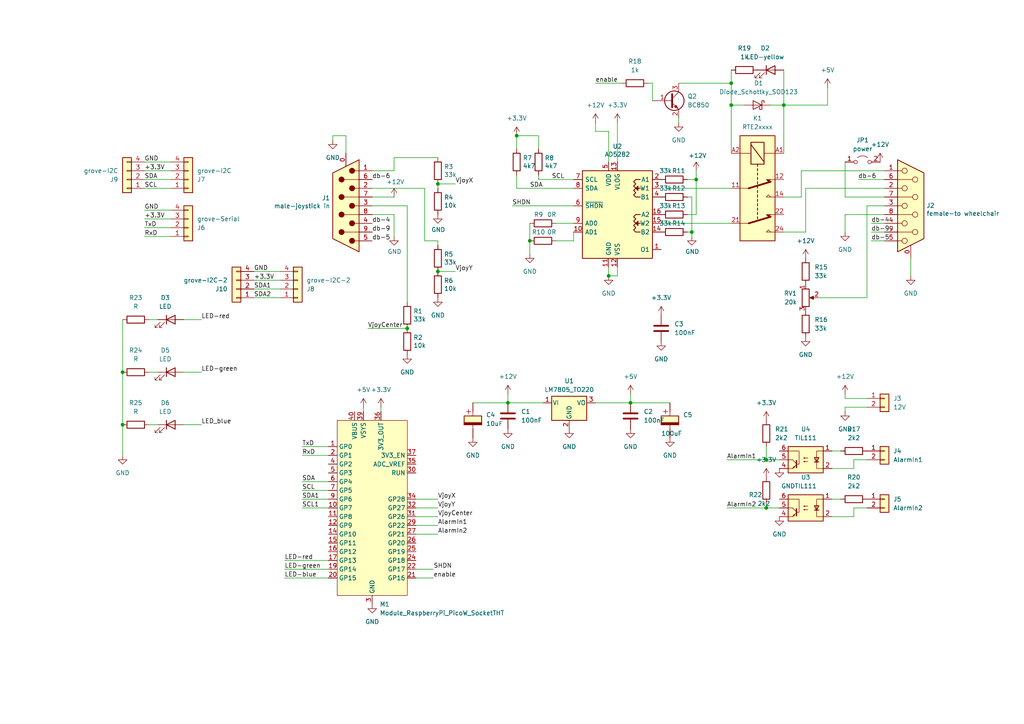
<source format=kicad_sch>
(kicad_sch (version 20230121) (generator eeschema)
  (paper "A4")
  (lib_symbols
    (symbol "Connector_Generic:Conn_01x02" (pin_names (offset 1.016) hide)
      (property "Reference" "J" (at 0 2.54 0))
      (property "Value" "Conn_01x02" (at 0 -5.08 0))
      (symbol "Conn_01x02_1_1"
        (pin passive line (at -5.08 0 0) (length 3.81) (name "Pin_1") (number "1"))
        (pin passive line (at -5.08 -2.54 0) (length 3.81) (name "Pin_2") (number "2"))
      )
    )
    (symbol "Connector_Generic:Conn_01x04" (pin_names (offset 1.016) hide)
      (property "Reference" "J" (at 0 5.08 0))
      (property "Value" "Conn_01x04" (at 0 -7.62 0))
      (symbol "Conn_01x04_1_1"
        (pin passive line (at -5.08 2.54 0) (length 3.81) (name "Pin_1") (number "1"))
        (pin passive line (at -5.08 0 0) (length 3.81) (name "Pin_2") (number "2"))
        (pin passive line (at -5.08 -2.54 0) (length 3.81) (name "Pin_3") (number "3"))
        (pin passive line (at -5.08 -5.08 0) (length 3.81) (name "Pin_4") (number "4"))
      )
    )
    (symbol "Device:C" (pin_numbers hide) (pin_names (offset 0.254))
      (property "Reference" "C" (at 0.635 2.54 0))
      (property "Value" "C" (at 0.635 -2.54 0))
      (symbol "C_1_1"
        (pin passive line (at 0 3.81 270) (length 2.794) (name "~") (number "1"))
        (pin passive line (at 0 -3.81 90) (length 2.794) (name "~") (number "2"))
      )
    )
    (symbol "Device:LED" (pin_numbers hide) (pin_names (offset 1.016) hide)
      (property "Reference" "D" (at 0 2.54 0))
      (property "Value" "LED" (at 0 -2.54 0))
      (symbol "LED_1_1"
        (pin passive line (at -3.81 0 0) (length 2.54) (name "K") (number "1"))
        (pin passive line (at 3.81 0 180) (length 2.54) (name "A") (number "2"))
      )
    )
    (symbol "Device:R" (pin_numbers hide) (pin_names (offset 0))
      (property "Reference" "R" (at 2.032 0 90))
      (property "Value" "R" (at 0 0 90))
      (symbol "R_1_1"
        (pin passive line (at 0 3.81 270) (length 1.27) (name "~") (number "1"))
        (pin passive line (at 0 -3.81 90) (length 1.27) (name "~") (number "2"))
      )
    )
    (symbol "Device:R_Potentiometer" (pin_names (offset 1.016) hide)
      (property "Reference" "RV" (at -4.445 0 90))
      (property "Value" "R_Potentiometer" (at -2.54 0 90))
      (symbol "R_Potentiometer_1_1"
        (pin passive line (at 0 3.81 270) (length 1.27) (name "1") (number "1"))
        (pin passive line (at 3.81 0 180) (length 1.27) (name "2") (number "2"))
        (pin passive line (at 0 -3.81 90) (length 1.27) (name "3") (number "3"))
      )
    )
    (symbol "Isolator:TIL111" (pin_names (offset 1.016))
      (property "Reference" "U" (at -5.08 5.08 0))
      (property "Value" "TIL111" (at 0 5.08 0))
      (symbol "TIL111_1_1"
        (pin passive line (at -7.62 2.54 0) (length 2.54) (name "~") (number "1"))
        (pin passive line (at -7.62 -2.54 0) (length 2.54) (name "~") (number "2"))
        (pin no_connect line (at -5.08 0 0) (length 2.54) hide (name "NC") (number "3"))
        (pin passive line (at 7.62 -2.54 180) (length 2.54) (name "~") (number "4"))
        (pin passive line (at 7.62 0 180) (length 2.54) (name "~") (number "5"))
        (pin passive line (at 7.62 2.54 180) (length 2.54) (name "~") (number "6"))
      )
    )
    (symbol "Jumper:Jumper_2_Open" (pin_names (offset 0) hide)
      (property "Reference" "JP" (at 0 2.794 0))
      (property "Value" "Jumper_2_Open" (at 0 -2.286 0))
      (symbol "Jumper_2_Open_1_1"
        (pin passive line (at -5.08 0 0) (length 2.54) (name "A") (number "1"))
        (pin passive line (at 5.08 0 180) (length 2.54) (name "B") (number "2"))
      )
    )
    (symbol "Potentiometer_Digital:AD5282" (pin_names (offset 0.762))
      (property "Reference" "U" (at -10.414 13.97 0))
      (property "Value" "AD5282" (at 0.762 13.97 0))
      (symbol "AD5282_1_1"
        (pin output line (at 12.7 -10.16 180) (length 2.54) (name "O1") (number "1"))
        (pin input line (at -12.7 -5.08 0) (length 2.54) (name "AD1") (number "10"))
        (pin power_in line (at -2.54 -15.24 90) (length 2.54) (name "GND") (number "11"))
        (pin power_in line (at 0 -15.24 90) (length 2.54) (name "VSS") (number "12"))
        (pin power_in line (at 0 15.24 270) (length 2.54) (name "VLOG") (number "13"))
        (pin passive line (at 12.7 -5.08 180) (length 2.54) (name "B2") (number "14"))
        (pin passive line (at 12.7 -2.54 180) (length 2.54) (name "W2") (number "15"))
        (pin passive line (at 12.7 0 180) (length 2.54) (name "A2") (number "16"))
        (pin passive line (at 12.7 10.16 180) (length 2.54) (name "A1") (number "2"))
        (pin passive line (at 12.7 7.62 180) (length 2.54) (name "W1") (number "3"))
        (pin passive line (at 12.7 5.08 180) (length 2.54) (name "B1") (number "4"))
        (pin power_in line (at -2.54 15.24 270) (length 2.54) (name "VDD") (number "5"))
        (pin input line (at -12.7 2.54 0) (length 2.54) (name "~{SHDN}") (number "6"))
        (pin input line (at -12.7 10.16 0) (length 2.54) (name "SCL") (number "7"))
        (pin bidirectional line (at -12.7 7.62 0) (length 2.54) (name "SDA") (number "8"))
        (pin input line (at -12.7 -2.54 0) (length 2.54) (name "AD0") (number "9"))
      )
    )
    (symbol "Regulator_Linear:LM7805_TO220" (pin_names (offset 0.254))
      (property "Reference" "U" (at -3.81 3.175 0))
      (property "Value" "LM7805_TO220" (at 0 3.175 0))
      (symbol "LM7805_TO220_1_1"
        (pin power_in line (at -7.62 0 0) (length 2.54) (name "VI") (number "1"))
        (pin power_in line (at 0 -7.62 90) (length 2.54) (name "GND") (number "2"))
        (pin power_out line (at 7.62 0 180) (length 2.54) (name "VO") (number "3"))
      )
    )
    (symbol "Relay:RTE2xxxx"
      (property "Reference" "K" (at 16.51 3.81 0))
      (property "Value" "RTE2xxxx" (at 16.51 1.27 0))
      (symbol "RTE2xxxx_1_1"
        (pin passive line (at 0 -7.62 90) (length 2.54) (name "~") (number "11"))
        (pin passive line (at -2.54 7.62 270) (length 2.54) (name "~") (number "12"))
        (pin passive line (at 2.54 7.62 270) (length 2.54) (name "~") (number "14"))
        (pin passive line (at 10.16 -7.62 90) (length 2.54) (name "~") (number "21"))
        (pin passive line (at 7.62 7.62 270) (length 2.54) (name "~") (number "22"))
        (pin passive line (at 12.7 7.62 270) (length 2.54) (name "~") (number "24"))
        (pin passive line (at -10.16 7.62 270) (length 2.54) (name "~") (number "A1"))
        (pin passive line (at -10.16 -7.62 90) (length 2.54) (name "~") (number "A2"))
      )
    )
    (symbol "Transistor_BJT:BC850" (pin_names (offset 0) hide)
      (property "Reference" "Q" (at 5.08 1.905 0))
      (property "Value" "BC850" (at 5.08 0 0))
      (symbol "BC850_1_1"
        (pin input line (at -5.08 0 0) (length 5.715) (name "B") (number "1"))
        (pin passive line (at 2.54 -5.08 90) (length 2.54) (name "E") (number "2"))
        (pin passive line (at 2.54 5.08 270) (length 2.54) (name "C") (number "3"))
      )
    )
    (symbol "fab:CP_Elec_D6.3mm_H6.1mm" (pin_numbers hide)
      (property "Reference" "C" (at 1.27 2.54 0))
      (property "Value" "CP_Elec_D6.3mm_H6.1mm" (at 1.27 -2.54 0))
      (symbol "CP_Elec_D6.3mm_H6.1mm_1_1"
        (pin passive line (at 0 5.08 270) (length 2.54) (name "~") (number "1"))
        (pin passive line (at 0 -5.08 90) (length 2.54) (name "~") (number "2"))
      )
    )
    (symbol "fab:Diode_Schottky_SOD123" (pin_numbers hide) (pin_names (offset 1.016) hide)
      (property "Reference" "D" (at 0 2.54 0))
      (property "Value" "Diode_Schottky_SOD123" (at 0 -2.54 0))
      (symbol "Diode_Schottky_SOD123_1_1"
        (pin passive line (at -3.81 0 0) (length 2.54) (name "K") (number "1"))
        (pin passive line (at 3.81 0 180) (length 2.54) (name "A") (number "2"))
      )
    )
    (symbol "fab:Module_RaspberryPi_PicoW_SocketTHT"
      (property "Reference" "M" (at 0 0 0))
      (property "Value" "Module_RaspberryPi_PicoW_SocketTHT" (at 0 0 0))
      (symbol "Module_RaspberryPi_PicoW_SocketTHT_1_1"
        (pin bidirectional line (at -12.7 17.78 0) (length 2.54) (name "GP0") (number "1"))
        (pin bidirectional line (at -12.7 0 0) (length 2.54) (name "GP7") (number "10"))
        (pin bidirectional line (at -12.7 -2.54 0) (length 2.54) (name "GP8") (number "11"))
        (pin bidirectional line (at -12.7 -5.08 0) (length 2.54) (name "GP9") (number "12"))
        (pin passive line (at 0 -27.94 90) (length 2.54) hide (name "GND") (number "13"))
        (pin bidirectional line (at -12.7 -7.62 0) (length 2.54) (name "GP10") (number "14"))
        (pin bidirectional line (at -12.7 -10.16 0) (length 2.54) (name "GP11") (number "15"))
        (pin bidirectional line (at -12.7 -12.7 0) (length 2.54) (name "GP12") (number "16"))
        (pin bidirectional line (at -12.7 -15.24 0) (length 2.54) (name "GP13") (number "17"))
        (pin passive line (at 0 -27.94 90) (length 2.54) hide (name "GND") (number "18"))
        (pin bidirectional line (at -12.7 -17.78 0) (length 2.54) (name "GP14") (number "19"))
        (pin bidirectional line (at -12.7 15.24 0) (length 2.54) (name "GP1") (number "2"))
        (pin bidirectional line (at -12.7 -20.32 0) (length 2.54) (name "GP15") (number "20"))
        (pin bidirectional line (at 12.7 -20.32 180) (length 2.54) (name "GP16") (number "21"))
        (pin bidirectional line (at 12.7 -17.78 180) (length 2.54) (name "GP17") (number "22"))
        (pin passive line (at 0 -27.94 90) (length 2.54) hide (name "GND") (number "23"))
        (pin bidirectional line (at 12.7 -15.24 180) (length 2.54) (name "GP18") (number "24"))
        (pin bidirectional line (at 12.7 -12.7 180) (length 2.54) (name "GP19") (number "25"))
        (pin bidirectional line (at 12.7 -10.16 180) (length 2.54) (name "GP20") (number "26"))
        (pin bidirectional line (at 12.7 -7.62 180) (length 2.54) (name "GP21") (number "27"))
        (pin passive line (at 0 -27.94 90) (length 2.54) hide (name "GND") (number "28"))
        (pin bidirectional line (at 12.7 -5.08 180) (length 2.54) (name "GP22") (number "29"))
        (pin power_in line (at 0 -27.94 90) (length 2.54) (name "GND") (number "3"))
        (pin input line (at 12.7 10.16 180) (length 2.54) (name "RUN") (number "30"))
        (pin bidirectional line (at 12.7 -2.54 180) (length 2.54) (name "GP26") (number "31"))
        (pin bidirectional line (at 12.7 0 180) (length 2.54) (name "GP27") (number "32"))
        (pin passive line (at 0 -27.94 90) (length 2.54) hide (name "GND") (number "33"))
        (pin bidirectional line (at 12.7 2.54 180) (length 2.54) (name "GP28") (number "34"))
        (pin input line (at 12.7 12.7 180) (length 2.54) (name "ADC_VREF") (number "35"))
        (pin power_in line (at 2.54 27.94 270) (length 2.54) (name "3V3_OUT") (number "36"))
        (pin input line (at 12.7 15.24 180) (length 2.54) (name "3V3_EN") (number "37"))
        (pin passive line (at 0 -27.94 90) (length 2.54) hide (name "GND") (number "38"))
        (pin power_in line (at -2.54 27.94 270) (length 2.54) (name "VSYS") (number "39"))
        (pin bidirectional line (at -12.7 12.7 0) (length 2.54) (name "GP2") (number "4"))
        (pin power_in line (at -5.08 27.94 270) (length 2.54) (name "VBUS") (number "40"))
        (pin bidirectional line (at -12.7 10.16 0) (length 2.54) (name "GP3") (number "5"))
        (pin bidirectional line (at -12.7 7.62 0) (length 2.54) (name "GP4") (number "6"))
        (pin bidirectional line (at -12.7 5.08 0) (length 2.54) (name "GP5") (number "7"))
        (pin passive line (at 0 -27.94 90) (length 2.54) hide (name "GND") (number "8"))
        (pin bidirectional line (at -12.7 2.54 0) (length 2.54) (name "GP6") (number "9"))
      )
    )
    (symbol "power:+12V" (power) (pin_names (offset 0))
      (property "Value" "+12V" (at 0 3.556 0))
      (symbol "+12V_1_1"
        (pin power_in line (at 0 0 90) (length 0) hide (name "+12V") (number "1"))
      )
    )
    (symbol "power:+3.3V" (power) (pin_names (offset 0))
      (property "Value" "+3.3V" (at 0 3.556 0))
      (symbol "+3.3V_1_1"
        (pin power_in line (at 0 0 90) (length 0) hide (name "+3.3V") (number "1"))
      )
    )
    (symbol "power:+5V" (power) (pin_names (offset 0))
      (property "Value" "+5V" (at 0 3.556 0))
      (symbol "+5V_1_1"
        (pin power_in line (at 0 0 90) (length 0) hide (name "+5V") (number "1"))
      )
    )
    (symbol "power:GND" (power) (pin_names (offset 0))
      (property "Value" "GND" (at 0 -3.81 0))
      (symbol "GND_1_1"
        (pin power_in line (at 0 0 270) (length 0) hide (name "GND") (number "1"))
      )
    )
    (symbol "wheelchairbridge-rescue:DB9_Female_MountingHoles-Connector" (pin_names (offset 1.016) hide)
      (property "Reference" "J" (at 0 16.51 0))
      (property "Value" "Connector_DB9_Female_MountingHoles" (at 0 14.605 0))
      (symbol "DB9_Female_MountingHoles-Connector_1_1"
        (pin passive line (at 0 -15.24 90) (length 3.81) (name "PAD") (number "0"))
        (pin passive line (at -7.62 10.16 0) (length 3.81) (name "1") (number "1"))
        (pin passive line (at -7.62 5.08 0) (length 3.81) (name "2") (number "2"))
        (pin passive line (at -7.62 0 0) (length 3.81) (name "3") (number "3"))
        (pin passive line (at -7.62 -5.08 0) (length 3.81) (name "4") (number "4"))
        (pin passive line (at -7.62 -10.16 0) (length 3.81) (name "5") (number "5"))
        (pin passive line (at -7.62 7.62 0) (length 3.81) (name "6") (number "6"))
        (pin passive line (at -7.62 2.54 0) (length 3.81) (name "7") (number "7"))
        (pin passive line (at -7.62 -2.54 0) (length 3.81) (name "8") (number "8"))
        (pin passive line (at -7.62 -7.62 0) (length 3.81) (name "9") (number "9"))
      )
    )
    (symbol "wheelchairbridge-rescue:DB9_Male_MountingHoles-Connector" (pin_names (offset 1.016) hide)
      (property "Reference" "J" (at 0 16.51 0))
      (property "Value" "Connector_DB9_Male_MountingHoles" (at 0 14.605 0))
      (symbol "DB9_Male_MountingHoles-Connector_1_1"
        (pin passive line (at 0 -15.24 90) (length 3.81) (name "PAD") (number "0"))
        (pin passive line (at -7.62 -10.16 0) (length 3.81) (name "1") (number "1"))
        (pin passive line (at -7.62 -5.08 0) (length 3.81) (name "2") (number "2"))
        (pin passive line (at -7.62 0 0) (length 3.81) (name "3") (number "3"))
        (pin passive line (at -7.62 5.08 0) (length 3.81) (name "4") (number "4"))
        (pin passive line (at -7.62 10.16 0) (length 3.81) (name "5") (number "5"))
        (pin passive line (at -7.62 -7.62 0) (length 3.81) (name "6") (number "6"))
        (pin passive line (at -7.62 -2.54 0) (length 3.81) (name "7") (number "7"))
        (pin passive line (at -7.62 2.54 0) (length 3.81) (name "8") (number "8"))
        (pin passive line (at -7.62 7.62 0) (length 3.81) (name "9") (number "9"))
      )
    )
  )
  (junction (at 118.11 95.25))
  (junction (at 222.25 147.32))
  (junction (at 153.67 69.85))
  (junction (at 200.66 67.31))
  (junction (at 212.09 24.13))
  (junction (at 212.09 30.48))
  (junction (at 227.33 30.48))
  (junction (at 201.93 52.07))
  (junction (at 149.86 39.37))
  (junction (at 222.25 133.35))
  (junction (at 182.88 116.84))
  (junction (at 127 53.34))
  (junction (at 147.32 116.84))
  (junction (at 35.56 123.19))
  (junction (at 35.56 107.95))
  (junction (at 176.53 80.01))
  (junction (at 127 78.74))
  (wire (pts (xy 35.56 92.71) (xy 35.56 107.95)))
  (wire (pts (xy 125.73 167.64) (xy 120.65 167.64)))
  (wire (pts (xy 43.18 107.95) (xy 45.72 107.95)))
  (wire (pts (xy 193.04 54.61) (xy 212.09 54.61)))
  (wire (pts (xy 100.33 39.37) (xy 100.33 44.45)))
  (wire (pts (xy 223.52 30.48) (xy 227.33 30.48)))
  (wire (pts (xy 149.86 50.8) (xy 149.86 54.61)))
  (wire (pts (xy 120.65 154.94) (xy 127 154.94)))
  (wire (pts (xy 127 78.74) (xy 132.08 78.74)))
  (wire (pts (xy 41.91 54.61) (xy 49.53 54.61)))
  (wire (pts (xy 156.21 52.07) (xy 166.37 52.07)))
  (wire (pts (xy 87.63 142.24) (xy 95.25 142.24)))
  (wire (pts (xy 247.65 135.89) (xy 247.65 133.35)))
  (wire (pts (xy 41.91 49.53) (xy 49.53 49.53)))
  (wire (pts (xy 120.65 147.32) (xy 127 147.32)))
  (wire (pts (xy 252.73 69.85) (xy 256.54 69.85)))
  (wire (pts (xy 172.72 116.84) (xy 182.88 116.84)))
  (wire (pts (xy 247.65 147.32) (xy 247.65 149.86)))
  (wire (pts (xy 153.67 69.85) (xy 153.67 73.66)))
  (wire (pts (xy 87.63 147.32) (xy 95.25 147.32)))
  (wire (pts (xy 251.46 118.11) (xy 245.11 118.11)))
  (wire (pts (xy 123.19 54.61) (xy 123.19 69.85)))
  (wire (pts (xy 227.33 30.48) (xy 240.03 30.48)))
  (wire (pts (xy 87.63 132.08) (xy 95.25 132.08)))
  (wire (pts (xy 210.82 147.32) (xy 222.25 147.32)))
  (wire (pts (xy 166.37 69.85) (xy 161.29 69.85)))
  (wire (pts (xy 110.49 118.11) (xy 110.49 119.38)))
  (wire (pts (xy 82.55 167.64) (xy 95.25 167.64)))
  (wire (pts (xy 200.66 57.15) (xy 200.66 67.31)))
  (wire (pts (xy 227.33 30.48) (xy 227.33 44.45)))
  (wire (pts (xy 107.95 59.69) (xy 118.11 59.69)))
  (wire (pts (xy 241.3 130.81) (xy 243.84 130.81)))
  (wire (pts (xy 232.41 49.53) (xy 256.54 49.53)))
  (wire (pts (xy 176.53 38.1) (xy 172.72 38.1)))
  (wire (pts (xy 157.48 116.84) (xy 147.32 116.84)))
  (wire (pts (xy 82.55 162.56) (xy 95.25 162.56)))
  (wire (pts (xy 227.33 57.15) (xy 232.41 57.15)))
  (wire (pts (xy 199.39 52.07) (xy 201.93 52.07)))
  (wire (pts (xy 96.52 39.37) (xy 100.33 39.37)))
  (wire (pts (xy 233.68 54.61) (xy 233.68 67.31)))
  (wire (pts (xy 156.21 43.18) (xy 156.21 39.37)))
  (wire (pts (xy 114.3 68.58) (xy 114.3 62.23)))
  (wire (pts (xy 227.33 67.31) (xy 233.68 67.31)))
  (wire (pts (xy 210.82 133.35) (xy 222.25 133.35)))
  (wire (pts (xy 251.46 115.57) (xy 245.11 115.57)))
  (wire (pts (xy 120.65 152.4) (xy 127 152.4)))
  (wire (pts (xy 179.07 35.56) (xy 179.07 46.99)))
  (wire (pts (xy 179.07 77.47) (xy 179.07 80.01)))
  (wire (pts (xy 82.55 165.1) (xy 95.25 165.1)))
  (wire (pts (xy 189.23 24.13) (xy 189.23 29.21)))
  (wire (pts (xy 233.68 54.61) (xy 256.54 54.61)))
  (wire (pts (xy 196.85 24.13) (xy 212.09 24.13)))
  (wire (pts (xy 53.34 123.19) (xy 58.42 123.19)))
  (wire (pts (xy 176.53 46.99) (xy 176.53 38.1)))
  (wire (pts (xy 107.95 54.61) (xy 123.19 54.61)))
  (wire (pts (xy 248.92 52.07) (xy 256.54 52.07)))
  (wire (pts (xy 226.06 133.35) (xy 222.25 133.35)))
  (wire (pts (xy 222.25 147.32) (xy 226.06 147.32)))
  (wire (pts (xy 222.25 146.05) (xy 222.25 147.32)))
  (wire (pts (xy 87.63 144.78) (xy 95.25 144.78)))
  (wire (pts (xy 107.95 49.53) (xy 114.3 49.53)))
  (wire (pts (xy 222.25 133.35) (xy 222.25 129.54)))
  (wire (pts (xy 73.66 83.82) (xy 81.28 83.82)))
  (wire (pts (xy 227.33 20.32) (xy 227.33 30.48)))
  (wire (pts (xy 252.73 64.77) (xy 256.54 64.77)))
  (wire (pts (xy 41.91 63.5) (xy 49.53 63.5)))
  (wire (pts (xy 105.41 118.11) (xy 105.41 119.38)))
  (wire (pts (xy 123.19 69.85) (xy 127 69.85)))
  (wire (pts (xy 245.11 114.3) (xy 245.11 115.57)))
  (wire (pts (xy 199.39 67.31) (xy 200.66 67.31)))
  (wire (pts (xy 196.85 34.29) (xy 196.85 35.56)))
  (wire (pts (xy 114.3 45.72) (xy 127 45.72)))
  (wire (pts (xy 43.18 92.71) (xy 45.72 92.71)))
  (wire (pts (xy 245.11 118.11) (xy 245.11 119.38)))
  (wire (pts (xy 256.54 59.69) (xy 251.46 59.69)))
  (wire (pts (xy 156.21 52.07) (xy 156.21 50.8)))
  (wire (pts (xy 114.3 62.23) (xy 107.95 62.23)))
  (wire (pts (xy 182.88 114.3) (xy 182.88 116.84)))
  (wire (pts (xy 41.91 66.04) (xy 49.53 66.04)))
  (wire (pts (xy 245.11 46.99) (xy 245.11 57.15)))
  (wire (pts (xy 241.3 135.89) (xy 247.65 135.89)))
  (wire (pts (xy 53.34 92.71) (xy 58.42 92.71)))
  (wire (pts (xy 127 53.34) (xy 132.08 53.34)))
  (wire (pts (xy 106.68 95.25) (xy 118.11 95.25)))
  (wire (pts (xy 120.65 149.86) (xy 127 149.86)))
  (wire (pts (xy 41.91 60.96) (xy 49.53 60.96)))
  (wire (pts (xy 176.53 77.47) (xy 176.53 80.01)))
  (wire (pts (xy 172.72 35.56) (xy 172.72 38.1)))
  (wire (pts (xy 41.91 46.99) (xy 49.53 46.99)))
  (wire (pts (xy 191.77 64.77) (xy 212.09 64.77)))
  (wire (pts (xy 73.66 78.74) (xy 81.28 78.74)))
  (wire (pts (xy 212.09 44.45) (xy 212.09 30.48)))
  (wire (pts (xy 251.46 147.32) (xy 247.65 147.32)))
  (wire (pts (xy 199.39 57.15) (xy 200.66 57.15)))
  (wire (pts (xy 35.56 107.95) (xy 35.56 123.19)))
  (wire (pts (xy 149.86 39.37) (xy 149.86 43.18)))
  (wire (pts (xy 120.65 144.78) (xy 127 144.78)))
  (wire (pts (xy 201.93 49.53) (xy 201.93 52.07)))
  (wire (pts (xy 127 69.85) (xy 127 71.12)))
  (wire (pts (xy 176.53 80.01) (xy 179.07 80.01)))
  (wire (pts (xy 212.09 24.13) (xy 212.09 30.48)))
  (wire (pts (xy 212.09 20.32) (xy 212.09 24.13)))
  (wire (pts (xy 256.54 62.23) (xy 245.11 62.23)))
  (wire (pts (xy 147.32 114.3) (xy 147.32 116.84)))
  (wire (pts (xy 201.93 52.07) (xy 201.93 62.23)))
  (wire (pts (xy 161.29 64.77) (xy 166.37 64.77)))
  (wire (pts (xy 256.54 57.15) (xy 245.11 57.15)))
  (wire (pts (xy 240.03 25.4) (xy 240.03 30.48)))
  (wire (pts (xy 118.11 59.69) (xy 118.11 87.63)))
  (wire (pts (xy 251.46 59.69) (xy 251.46 86.36)))
  (wire (pts (xy 148.59 59.69) (xy 166.37 59.69)))
  (wire (pts (xy 245.11 62.23) (xy 245.11 67.31)))
  (wire (pts (xy 200.66 67.31) (xy 200.66 68.58)))
  (wire (pts (xy 137.16 116.84) (xy 147.32 116.84)))
  (wire (pts (xy 182.88 116.84) (xy 194.31 116.84)))
  (wire (pts (xy 187.96 24.13) (xy 189.23 24.13)))
  (wire (pts (xy 247.65 133.35) (xy 251.46 133.35)))
  (wire (pts (xy 241.3 144.78) (xy 243.84 144.78)))
  (wire (pts (xy 87.63 139.7) (xy 95.25 139.7)))
  (wire (pts (xy 166.37 67.31) (xy 166.37 69.85)))
  (wire (pts (xy 41.91 68.58) (xy 49.53 68.58)))
  (wire (pts (xy 156.21 39.37) (xy 149.86 39.37)))
  (wire (pts (xy 153.67 64.77) (xy 153.67 69.85)))
  (wire (pts (xy 247.65 149.86) (xy 241.3 149.86)))
  (wire (pts (xy 127 53.34) (xy 127 54.61)))
  (wire (pts (xy 35.56 123.19) (xy 35.56 132.08)))
  (wire (pts (xy 53.34 107.95) (xy 58.42 107.95)))
  (wire (pts (xy 96.52 40.64) (xy 96.52 39.37)))
  (wire (pts (xy 73.66 86.36) (xy 81.28 86.36)))
  (wire (pts (xy 232.41 49.53) (xy 232.41 57.15)))
  (wire (pts (xy 73.66 81.28) (xy 81.28 81.28)))
  (wire (pts (xy 172.72 24.13) (xy 180.34 24.13)))
  (wire (pts (xy 252.73 67.31) (xy 256.54 67.31)))
  (wire (pts (xy 41.91 52.07) (xy 49.53 52.07)))
  (wire (pts (xy 264.16 74.93) (xy 264.16 80.01)))
  (wire (pts (xy 166.37 54.61) (xy 149.86 54.61)))
  (wire (pts (xy 114.3 49.53) (xy 114.3 45.72)))
  (wire (pts (xy 87.63 129.54) (xy 95.25 129.54)))
  (wire (pts (xy 43.18 123.19) (xy 45.72 123.19)))
  (wire (pts (xy 212.09 30.48) (xy 215.9 30.48)))
  (wire (pts (xy 199.39 62.23) (xy 201.93 62.23)))
  (wire (pts (xy 125.73 165.1) (xy 120.65 165.1)))
  (wire (pts (xy 107.95 57.15) (xy 114.3 57.15)))
  (wire (pts (xy 237.49 86.36) (xy 251.46 86.36)))
  (label "RxD" (at 41.91 68.58 0))
  (label "db-6" (at 248.92 52.07 0))
  (label "AlarmIn1" (at 127 152.4 0))
  (label "enable" (at 125.73 167.64 0))
  (label "VjoyY" (at 132.08 78.74 0))
  (label "SHDN" (at 148.59 59.69 0))
  (label "VjoyCenter" (at 127 149.86 0))
  (label "AlarmIn1" (at 210.82 133.35 0))
  (label "db-4" (at 252.73 64.77 0))
  (label "db-6" (at 107.95 52.07 0))
  (label "AlarmIn2" (at 127 154.94 0))
  (label "AlarmIn2" (at 210.82 147.32 0))
  (label "RxD" (at 87.63 132.08 0))
  (label "SCL" (at 41.91 54.61 0))
  (label "+3.3V" (at 73.66 81.28 0))
  (label "+3.3V" (at 41.91 63.5 0))
  (label "VjoyCenter" (at 106.68 95.25 0))
  (label "db-5" (at 107.95 69.85 0))
  (label "TxD" (at 41.91 66.04 0))
  (label "SCL" (at 160.02 52.07 0))
  (label "db-5" (at 252.73 69.85 0))
  (label "GND" (at 41.91 60.96 0))
  (label "SCL1" (at 87.63 147.32 0))
  (label "LED-green" (at 82.55 165.1 0))
  (label "LED-red" (at 82.55 162.56 0))
  (label "db-4" (at 107.95 64.77 0))
  (label "GND" (at 41.91 46.99 0))
  (label "db-9" (at 107.95 67.31 0))
  (label "VjoyX" (at 127 144.78 0))
  (label "VjoyX" (at 132.08 53.34 0))
  (label "GND" (at 73.66 78.74 0))
  (label "LED_blue" (at 58.42 123.19 0))
  (label "+3.3V" (at 41.91 49.53 0))
  (label "db-9" (at 252.73 67.31 0))
  (label "SDA" (at 153.67 54.61 0))
  (label "TxD" (at 87.63 129.54 0))
  (label "SDA2" (at 73.66 86.36 0))
  (label "SDA1" (at 73.66 83.82 0))
  (label "SCL" (at 87.63 142.24 0))
  (label "SDA" (at 41.91 52.07 0))
  (label "LED-blue" (at 82.55 167.64 0))
  (label "enable" (at 172.72 24.13 0))
  (label "LED-green" (at 58.42 107.95 0))
  (label "LED-red" (at 58.42 92.71 0))
  (label "SHDN" (at 125.73 165.1 0))
  (label "SDA" (at 87.63 139.7 0))
  (label "VjoyY" (at 127 147.32 0))
  (label "SDA1" (at 87.63 144.78 0))
  (symbol (lib_id "Device:R") (at 215.9 20.32 90) (unit 1)
    (property "Reference" "R19" (at 215.9 13.97 90))
    (property "Value" "1k" (at 215.9 16.51 90))
    (property "Footprint" "Resistor_SMD:R_0805_2012Metric" (effects hide))
  )
  (symbol (lib_id "Device:R") (at 127 82.55 0) (unit 1)
    (property "Reference" "R6" (at 128.778 81.3816 0) (effects (justify left)))
    (property "Value" "10k" (at 128.778 83.693 0) (effects (justify left)))
    (property "Footprint" "Resistor_SMD:R_0805_2012Metric" (effects hide))
  )
  (symbol (lib_id "power:GND") (at 127 86.36 0) (unit 1)
    (property "Reference" "#PWR06" (effects hide))
    (property "Value" "GND" (at 127 91.44 0))
  )
  (symbol (lib_id "power:GND") (at 182.88 124.46 0) (unit 1)
    (property "Reference" "#PWR029" (effects hide))
    (property "Value" "GND" (at 182.88 129.54 0))
  )
  (symbol (lib_id "power:GND") (at 264.16 80.01 0) (unit 1)
    (property "Reference" "#PWR018" (effects hide))
    (property "Value" "GND" (at 264.16 85.09 0))
  )
  (symbol (lib_id "power:+3.3V") (at 149.86 39.37 0) (unit 1)
    (property "Reference" "#PWR08" (effects hide))
    (property "Value" "+3.3V" (at 149.86 34.29 0))
  )
  (symbol (lib_id "power:GND") (at 191.77 99.06 0) (unit 1)
    (property "Reference" "#PWR032" (effects hide))
    (property "Value" "GND" (at 191.77 104.14 0))
  )
  (symbol (lib_id "power:GND") (at 114.3 68.58 0) (unit 1)
    (property "Reference" "#PWR03" (effects hide))
    (property "Value" "GND" (at 114.427 72.9742 0))
  )
  (symbol (lib_id "Device:R") (at 118.11 99.06 0) (unit 1)
    (property "Reference" "R2" (at 119.888 97.8916 0) (effects (justify left)))
    (property "Value" "10k" (at 119.888 100.203 0) (effects (justify left)))
    (property "Footprint" "Resistor_SMD:R_0805_2012Metric" (effects hide))
  )
  (symbol (lib_id "Device:R") (at 195.58 67.31 90) (unit 1)
    (property "Reference" "R14" (at 196.85 64.77 90))
    (property "Value" "33k" (at 193.04 64.77 90))
    (property "Footprint" "Resistor_SMD:R_0805_2012Metric" (effects hide))
  )
  (symbol (lib_id "power:+3.3V") (at 110.49 118.11 0) (unit 1)
    (property "Reference" "#PWR024" (effects hide))
    (property "Value" "+3.3V" (at 110.49 113.03 0))
  )
  (symbol (lib_id "Transistor_BJT:BC850") (at 194.31 29.21 0) (unit 1)
    (property "Reference" "Q2" (at 199.39 27.94 0) (effects (justify left)))
    (property "Value" "BC850" (at 199.39 30.48 0) (effects (justify left)))
    (property "Footprint" "Package_TO_SOT_SMD:SOT-23" (effects hide))
    (property "Datasheet" "http://www.infineon.com/dgdl/Infineon-BC847SERIES_BC848SERIES_BC849SERIES_BC850SERIES-DS-v01_01-en.pdf?fileId=db3a304314dca389011541d4630a1657" (effects hide))
  )
  (symbol (lib_id "Device:R") (at 222.25 142.24 0) (unit 1)
    (property "Reference" "R22" (at 217.17 143.51 0) (effects (justify left)))
    (property "Value" "2k2" (at 219.71 146.05 0) (effects (justify left)))
    (property "Footprint" "Resistor_SMD:R_0805_2012Metric" (effects hide))
  )
  (symbol (lib_id "power:+12V") (at 255.27 46.99 0) (unit 1)
    (property "Reference" "#PWR016" (effects hide))
    (property "Value" "+12V" (at 255.27 41.91 0))
  )
  (symbol (lib_id "Device:R") (at 233.68 93.98 0) (unit 1)
    (property "Reference" "R16" (at 236.22 92.71 0) (effects (justify left)))
    (property "Value" "33k" (at 236.22 95.25 0) (effects (justify left)))
    (property "Footprint" "Resistor_SMD:R_0805_2012Metric" (effects hide))
  )
  (symbol (lib_id "power:GND") (at 226.06 135.89 0) (unit 1)
    (property "Reference" "#PWR033" (effects hide))
    (property "Value" "GND" (at 228.6 140.97 0))
  )
  (symbol (lib_id "Connector_Generic:Conn_01x04") (at 54.61 52.07 0) (mirror x) (unit 1)
    (property "Reference" "J7" (at 57.15 52.07 0) (effects (justify left)))
    (property "Value" "grove-I2C" (at 57.15 49.53 0) (effects (justify left)))
    (property "Footprint" "Connector:NS-Tech_Grove_1x04_P2mm_Vertical" (effects hide))
  )
  (symbol (lib_id "Connector_Generic:Conn_01x02") (at 256.54 115.57 0) (unit 1)
    (property "Reference" "J3" (at 259.08 115.57 0) (effects (justify left)))
    (property "Value" "12V" (at 259.08 118.11 0) (effects (justify left)))
    (property "Footprint" "TerminalBlock:TerminalBlock_bornier-2_P5.08mm" (effects hide))
  )
  (symbol (lib_id "Device:R") (at 233.68 78.74 0) (unit 1)
    (property "Reference" "R15" (at 236.22 77.47 0) (effects (justify left)))
    (property "Value" "33k" (at 236.22 80.01 0) (effects (justify left)))
    (property "Footprint" "Resistor_SMD:R_0805_2012Metric" (effects hide))
  )
  (symbol (lib_id "power:+5V") (at 105.41 118.11 0) (unit 1)
    (property "Reference" "#PWR023" (effects hide))
    (property "Value" "+5V" (at 105.41 113.03 0))
  )
  (symbol (lib_id "Device:R") (at 157.48 69.85 90) (unit 1)
    (property "Reference" "R10" (at 156.21 67.31 90))
    (property "Value" "0R" (at 160.02 67.31 90))
    (property "Footprint" "Resistor_SMD:R_0805_2012Metric" (effects hide))
  )
  (symbol (lib_id "power:GND") (at 96.52 40.64 0) (unit 1)
    (property "Reference" "#PWR01" (effects hide))
    (property "Value" "GND" (at 96.52 45.72 0))
  )
  (symbol (lib_id "power:GND") (at 107.95 175.26 0) (unit 1)
    (property "Reference" "#PWR025" (effects hide))
    (property "Value" "GND" (at 107.95 180.34 0))
  )
  (symbol (lib_id "Device:R") (at 195.58 57.15 90) (unit 1)
    (property "Reference" "R12" (at 196.85 54.61 90))
    (property "Value" "33k" (at 193.04 54.61 90))
    (property "Footprint" "Resistor_SMD:R_0805_2012Metric" (effects hide))
  )
  (symbol (lib_id "power:+12V") (at 233.68 74.93 0) (unit 1)
    (property "Reference" "#PWR014" (effects hide))
    (property "Value" "+12V" (at 233.68 69.85 0))
  )
  (symbol (lib_id "Regulator_Linear:LM7805_TO220") (at 165.1 116.84 0) (unit 1)
    (property "Reference" "U1" (at 165.1 110.49 0))
    (property "Value" "LM7805_TO220" (at 165.1 113.03 0))
    (property "Footprint" "Package_TO_SOT_THT:TO-220-3_Vertical" (effects hide))
    (property "Datasheet" "https://www.onsemi.cn/PowerSolutions/document/MC7800-D.PDF" (effects hide))
  )
  (symbol (lib_id "power:GND") (at 200.66 68.58 0) (unit 1)
    (property "Reference" "#PWR012" (effects hide))
    (property "Value" "GND" (at 200.787 72.9742 0))
  )
  (symbol (lib_id "power:GND") (at 147.32 124.46 0) (unit 1)
    (property "Reference" "#PWR028" (effects hide))
    (property "Value" "GND" (at 147.32 129.54 0))
  )
  (symbol (lib_id "Device:R") (at 184.15 24.13 90) (unit 1)
    (property "Reference" "R18" (at 184.15 17.78 90))
    (property "Value" "1k" (at 184.15 20.32 90))
    (property "Footprint" "Resistor_SMD:R_0805_2012Metric" (effects hide))
  )
  (symbol (lib_id "Device:C") (at 182.88 120.65 0) (unit 1)
    (property "Reference" "C2" (at 186.69 119.38 0) (effects (justify left)))
    (property "Value" "100nF" (at 186.69 121.92 0) (effects (justify left)))
    (property "Footprint" "Capacitor_SMD:C_1206_3216Metric" (effects hide))
  )
  (symbol (lib_id "Device:C") (at 191.77 95.25 0) (unit 1)
    (property "Reference" "C3" (at 195.58 93.98 0) (effects (justify left)))
    (property "Value" "100nF" (at 195.58 96.52 0) (effects (justify left)))
    (property "Footprint" "Capacitor_SMD:C_1206_3216Metric" (effects hide))
  )
  (symbol (lib_id "Device:R") (at 39.37 92.71 90) (unit 1)
    (property "Reference" "R23" (at 39.37 86.36 90))
    (property "Value" "R" (at 39.37 88.9 90))
    (property "Footprint" "Resistor_SMD:R_0805_2012Metric" (effects hide))
  )
  (symbol (lib_id "fab:CP_Elec_D6.3mm_H6.1mm") (at 194.31 121.92 0) (unit 1)
    (property "Reference" "C5" (at 198.12 120.3325 0) (effects (justify left)))
    (property "Value" "100uF" (at 191.77 125.73 0) (effects (justify left)))
    (property "Footprint" "fab:CP_Elec_D6.3mm_H6.1mm" (effects hide))
    (property "Datasheet" "https://api.pim.na.industrial.panasonic.com/file_stream/main/fileversion/19782" (effects hide))
  )
  (symbol (lib_id "Device:R") (at 247.65 144.78 90) (unit 1)
    (property "Reference" "R20" (at 247.65 138.43 90))
    (property "Value" "2k2" (at 247.65 140.97 90))
    (property "Footprint" "Resistor_SMD:R_0805_2012Metric" (effects hide))
  )
  (symbol (lib_id "Device:LED") (at 49.53 123.19 0) (unit 1)
    (property "Reference" "D6" (at 47.9425 116.84 0))
    (property "Value" "LED" (at 47.9425 119.38 0))
    (property "Footprint" "LED_SMD:LED_1206_3216Metric_Pad1.42x1.75mm_HandSolder" (effects hide))
  )
  (symbol (lib_id "Isolator:TIL111") (at 233.68 133.35 0) (mirror y) (unit 1)
    (property "Reference" "U4" (at 233.68 124.46 0))
    (property "Value" "TIL111" (at 233.68 127 0))
    (property "Footprint" "Package_DIP:DIP-6_W7.62mm" (effects hide))
    (property "Datasheet" "https://www.egr.msu.edu/eceshop/Parts_Inventory/datasheets/til111.pdf" (effects hide))
  )
  (symbol (lib_id "power:GND") (at 233.68 97.79 0) (unit 1)
    (property "Reference" "#PWR015" (effects hide))
    (property "Value" "GND" (at 233.68 102.87 0))
  )
  (symbol (lib_id "Device:R") (at 247.65 130.81 90) (unit 1)
    (property "Reference" "R17" (at 247.65 124.46 90))
    (property "Value" "2k2" (at 247.65 127 90))
    (property "Footprint" "Resistor_SMD:R_0805_2012Metric" (effects hide))
  )
  (symbol (lib_id "power:GND") (at 176.53 80.01 0) (unit 1)
    (property "Reference" "#PWR010" (effects hide))
    (property "Value" "GND" (at 176.53 85.09 0))
  )
  (symbol (lib_id "power:GND") (at 245.11 119.38 0) (unit 1)
    (property "Reference" "#PWR038" (effects hide))
    (property "Value" "GND" (at 245.11 124.46 0))
  )
  (symbol (lib_id "Device:R") (at 39.37 107.95 90) (unit 1)
    (property "Reference" "R24" (at 39.37 101.6 90))
    (property "Value" "R" (at 39.37 104.14 90))
    (property "Footprint" "Resistor_SMD:R_0805_2012Metric" (effects hide))
  )
  (symbol (lib_id "Connector_Generic:Conn_01x04") (at 68.58 83.82 180) (unit 1)
    (property "Reference" "J10" (at 66.04 83.82 0) (effects (justify left)))
    (property "Value" "grove-I2C-2" (at 66.04 81.28 0) (effects (justify left)))
    (property "Footprint" "Connector:NS-Tech_Grove_1x04_P2mm_Vertical" (effects hide))
  )
  (symbol (lib_id "Device:R") (at 39.37 123.19 90) (unit 1)
    (property "Reference" "R25" (at 39.37 116.84 90))
    (property "Value" "R" (at 39.37 119.38 90))
    (property "Footprint" "LED_SMD:LED_1206_3216Metric_Pad1.42x1.75mm_HandSolder" (effects hide))
  )
  (symbol (lib_id "Device:R") (at 222.25 125.73 0) (unit 1)
    (property "Reference" "R21" (at 224.79 124.46 0) (effects (justify left)))
    (property "Value" "2k2" (at 224.79 127 0) (effects (justify left)))
    (property "Footprint" "Resistor_SMD:R_0805_2012Metric" (effects hide))
  )
  (symbol (lib_id "power:GND") (at 165.1 124.46 0) (unit 1)
    (property "Reference" "#PWR026" (effects hide))
    (property "Value" "GND" (at 165.1 129.54 0))
  )
  (symbol (lib_id "Device:R") (at 127 58.42 0) (unit 1)
    (property "Reference" "R4" (at 128.778 57.2516 0) (effects (justify left)))
    (property "Value" "10k" (at 128.778 59.563 0) (effects (justify left)))
    (property "Footprint" "Resistor_SMD:R_0805_2012Metric" (effects hide))
  )
  (symbol (lib_id "power:+12V") (at 201.93 49.53 0) (unit 1)
    (property "Reference" "#PWR013" (effects hide))
    (property "Value" "+12V" (at 202.311 45.1358 0))
  )
  (symbol (lib_id "power:+5V") (at 240.03 25.4 0) (unit 1)
    (property "Reference" "#PWR020" (effects hide))
    (property "Value" "+5V" (at 240.03 20.32 0))
  )
  (symbol (lib_id "Device:R") (at 195.58 52.07 90) (unit 1)
    (property "Reference" "R11" (at 196.85 49.53 90))
    (property "Value" "33k" (at 193.04 49.53 90))
    (property "Footprint" "Resistor_SMD:R_0805_2012Metric" (effects hide))
  )
  (symbol (lib_id "fab:Module_RaspberryPi_PicoW_SocketTHT") (at 107.95 147.32 0) (unit 1)
    (property "Reference" "M1" (at 110.1441 175.26 0) (effects (justify left)))
    (property "Value" "Module_RaspberryPi_PicoW_SocketTHT" (at 110.1441 177.8 0) (effects (justify left)))
    (property "Footprint" "fab:RaspberryPi_PicoW_SocketTHT" (effects hide))
    (property "Datasheet" "https://datasheets.raspberrypi.com/picow/pico-w-datasheet.pdf" (effects hide))
  )
  (symbol (lib_id "Device:R") (at 127 49.53 0) (unit 1)
    (property "Reference" "R3" (at 128.778 48.3616 0) (effects (justify left)))
    (property "Value" "33k" (at 128.778 50.673 0) (effects (justify left)))
    (property "Footprint" "Resistor_SMD:R_0805_2012Metric" (effects hide))
  )
  (symbol (lib_id "Device:R") (at 157.48 64.77 90) (unit 1)
    (property "Reference" "R9" (at 156.21 62.23 90))
    (property "Value" "0R" (at 160.02 62.23 90))
    (property "Footprint" "Resistor_SMD:R_0805_2012Metric" (effects hide))
  )
  (symbol (lib_id "Connector_Generic:Conn_01x02") (at 256.54 144.78 0) (unit 1)
    (property "Reference" "J5" (at 259.08 144.78 0) (effects (justify left)))
    (property "Value" "AlarmIn2" (at 259.08 147.32 0) (effects (justify left)))
    (property "Footprint" "TerminalBlock:TerminalBlock_bornier-2_P5.08mm" (effects hide))
  )
  (symbol (lib_id "Potentiometer_Digital:AD5282") (at 179.07 62.23 0) (unit 1)
    (property "Reference" "U2" (at 179.07 42.4688 0))
    (property "Value" "AD5282" (at 179.07 44.7802 0))
    (property "Footprint" "Package_SO:TSSOP-16_4.4x5mm_P0.65mm" (effects hide))
    (property "Datasheet" "http://www.analog.com/media/en/technical-documentation/data-sheets/AD5280_5282.pdf" (effects hide))
  )
  (symbol (lib_id "Connector_Generic:Conn_01x04") (at 54.61 66.04 0) (mirror x) (unit 1)
    (property "Reference" "J6" (at 57.15 66.04 0) (effects (justify left)))
    (property "Value" "grove-Serial" (at 57.15 63.5 0) (effects (justify left)))
    (property "Footprint" "Connector:NS-Tech_Grove_1x04_P2mm_Vertical" (effects hide))
  )
  (symbol (lib_id "power:+12V") (at 172.72 35.56 0) (unit 1)
    (property "Reference" "#PWR019" (effects hide))
    (property "Value" "+12V" (at 172.72 30.48 0))
  )
  (symbol (lib_id "power:GND") (at 127 62.23 0) (unit 1)
    (property "Reference" "#PWR05" (effects hide))
    (property "Value" "GND" (at 127.127 66.6242 0))
  )
  (symbol (lib_id "power:+3.3V") (at 191.77 91.44 0) (unit 1)
    (property "Reference" "#PWR031" (effects hide))
    (property "Value" "+3.3V" (at 191.77 86.36 0))
  )
  (symbol (lib_id "Device:R") (at 195.58 62.23 90) (unit 1)
    (property "Reference" "R13" (at 196.85 59.69 90))
    (property "Value" "33k" (at 193.04 59.69 90))
    (property "Footprint" "Resistor_SMD:R_0805_2012Metric" (effects hide))
  )
  (symbol (lib_id "Device:R_Potentiometer") (at 233.68 86.36 0) (unit 1)
    (property "Reference" "RV1" (at 231.14 85.09 0) (effects (justify right)))
    (property "Value" "20k" (at 231.14 87.63 0) (effects (justify right)))
    (property "Footprint" "Potentiometer_SMD:Potentiometer_Bourns_3314R-1_Vertical_Hole" (effects hide))
  )
  (symbol (lib_id "Device:R") (at 127 74.93 0) (unit 1)
    (property "Reference" "R5" (at 128.778 73.7616 0) (effects (justify left)))
    (property "Value" "33k" (at 128.778 76.073 0) (effects (justify left)))
    (property "Footprint" "Resistor_SMD:R_0805_2012Metric" (effects hide))
  )
  (symbol (lib_id "Connector_Generic:Conn_01x02") (at 256.54 130.81 0) (unit 1)
    (property "Reference" "J4" (at 259.08 130.81 0) (effects (justify left)))
    (property "Value" "AlarmIn1" (at 259.08 133.35 0) (effects (justify left)))
    (property "Footprint" "TerminalBlock:TerminalBlock_bornier-2_P5.08mm" (effects hide))
  )
  (symbol (lib_id "Device:LED") (at 49.53 92.71 0) (unit 1)
    (property "Reference" "D3" (at 47.9425 86.36 0))
    (property "Value" "LED" (at 47.9425 88.9 0))
    (property "Footprint" "LED_SMD:LED_1206_3216Metric_Pad1.42x1.75mm_HandSolder" (effects hide))
  )
  (symbol (lib_id "Device:R") (at 156.21 46.99 0) (unit 1)
    (property "Reference" "R8" (at 157.988 45.8216 0) (effects (justify left)))
    (property "Value" "4k7" (at 157.988 48.133 0) (effects (justify left)))
    (property "Footprint" "Resistor_SMD:R_0805_2012Metric" (effects hide))
  )
  (symbol (lib_id "power:GND") (at 137.16 127 0) (unit 1)
    (property "Reference" "#PWR027" (effects hide))
    (property "Value" "GND" (at 137.16 132.08 0))
  )
  (symbol (lib_id "wheelchairbridge-rescue:DB9_Male_MountingHoles-Connector") (at 100.33 59.69 180) (unit 1)
    (property "Reference" "J1" (at 95.758 57.4294 0) (effects (justify left)))
    (property "Value" "male-joystick in" (at 95.758 59.7408 0) (effects (justify left)))
    (property "Footprint" "Connector_Dsub:DSUB-9_Male_Horizontal_P2.77x2.84mm_EdgePinOffset4.94mm_Housed_MountingHolesOffset7.48mm" (effects hide))
    (property "Datasheet" " ~" (effects hide))
  )
  (symbol (lib_id "power:GND") (at 194.31 127 0) (unit 1)
    (property "Reference" "#PWR030" (effects hide))
    (property "Value" "GND" (at 194.31 132.08 0))
  )
  (symbol (lib_id "power:GND") (at 153.67 73.66 0) (unit 1)
    (property "Reference" "#PWR09" (effects hide))
    (property "Value" "GND" (at 153.67 78.74 0))
  )
  (symbol (lib_id "Device:R") (at 149.86 46.99 0) (unit 1)
    (property "Reference" "R7" (at 151.638 45.8216 0) (effects (justify left)))
    (property "Value" "4k7" (at 151.638 48.133 0) (effects (justify left)))
    (property "Footprint" "Resistor_SMD:R_0805_2012Metric" (effects hide))
  )
  (symbol (lib_id "power:+3.3V") (at 222.25 138.43 0) (unit 1)
    (property "Reference" "#PWR036" (effects hide))
    (property "Value" "+3.3V" (at 222.25 133.35 0))
  )
  (symbol (lib_id "wheelchairbridge-rescue:DB9_Female_MountingHoles-Connector") (at 264.16 59.69 0) (unit 1)
    (property "Reference" "J2" (at 268.7066 59.6138 0) (effects (justify left)))
    (property "Value" "female-to wheelchair" (at 268.7066 61.9252 0) (effects (justify left)))
    (property "Footprint" "Connector_Dsub:DSUB-9_Female_Horizontal_P2.77x2.84mm_EdgePinOffset4.94mm_Housed_MountingHolesOffset7.48mm" (effects hide))
    (property "Datasheet" " ~" (effects hide))
  )
  (symbol (lib_id "power:GND") (at 35.56 132.08 0) (unit 1)
    (property "Reference" "#PWR037" (effects hide))
    (property "Value" "GND" (at 35.56 137.16 0))
  )
  (symbol (lib_id "power:GND") (at 118.11 102.87 0) (unit 1)
    (property "Reference" "#PWR04" (effects hide))
    (property "Value" "GND" (at 118.11 107.95 0))
  )
  (symbol (lib_id "power:+5V") (at 182.88 114.3 0) (unit 1)
    (property "Reference" "#PWR022" (effects hide))
    (property "Value" "+5V" (at 182.88 109.22 0))
  )
  (symbol (lib_id "Jumper:Jumper_2_Open") (at 250.19 46.99 0) (unit 1)
    (property "Reference" "JP1" (at 250.19 40.64 0))
    (property "Value" "power" (at 250.19 43.18 0))
    (property "Footprint" "Connector_PinHeader_2.54mm:PinHeader_1x02_P2.54mm_Vertical" (effects hide))
  )
  (symbol (lib_id "power:GND") (at 245.11 67.31 0) (unit 1)
    (property "Reference" "#PWR017" (effects hide))
    (property "Value" "GND" (at 245.11 72.39 0))
  )
  (symbol (lib_id "fab:Diode_Schottky_SOD123") (at 219.71 30.48 0) (mirror y) (unit 1)
    (property "Reference" "D1" (at 220.0275 24.13 0))
    (property "Value" "Diode_Schottky_SOD123" (at 220.0275 26.67 0))
    (property "Footprint" "fab:SOD-123" (effects hide))
    (property "Datasheet" "https://www.st.com/content/ccc/resource/technical/document/datasheet/c6/32/d4/4a/28/d3/4b/11/CD00004930.pdf/files/CD00004930.pdf/jcr:content/translations/en.CD00004930.pdf" (effects hide))
  )
  (symbol (lib_id "power:+12V") (at 114.3 57.15 0) (unit 1)
    (property "Reference" "#PWR02" (effects hide))
    (property "Value" "+12V" (at 114.681 52.7558 0))
  )
  (symbol (lib_id "power:GND") (at 226.06 149.86 0) (unit 1)
    (property "Reference" "#PWR034" (effects hide))
    (property "Value" "GND" (at 226.06 154.94 0))
  )
  (symbol (lib_id "power:GND") (at 196.85 35.56 0) (unit 1)
    (property "Reference" "#PWR021" (effects hide))
    (property "Value" "GND" (at 196.85 40.64 0))
  )
  (symbol (lib_id "power:+3.3V") (at 179.07 35.56 0) (unit 1)
    (property "Reference" "#PWR011" (effects hide))
    (property "Value" "+3.3V" (at 179.07 30.48 0))
  )
  (symbol (lib_id "Device:R") (at 118.11 91.44 0) (unit 1)
    (property "Reference" "R1" (at 119.888 90.2716 0) (effects (justify left)))
    (property "Value" "33k" (at 119.888 92.583 0) (effects (justify left)))
    (property "Footprint" "Resistor_SMD:R_0805_2012Metric" (effects hide))
  )
  (symbol (lib_id "Connector_Generic:Conn_01x04") (at 36.83 52.07 180) (unit 1)
    (property "Reference" "J9" (at 34.29 52.07 0) (effects (justify left)))
    (property "Value" "grove-I2C" (at 34.29 49.53 0) (effects (justify left)))
    (property "Footprint" "Connector:NS-Tech_Grove_1x04_P2mm_Vertical" (effects hide))
  )
  (symbol (lib_id "power:+12V") (at 245.11 114.3 0) (unit 1)
    (property "Reference" "#PWR039" (effects hide))
    (property "Value" "+12V" (at 245.11 109.22 0))
  )
  (symbol (lib_id "Device:LED") (at 49.53 107.95 0) (unit 1)
    (property "Reference" "D5" (at 47.9425 101.6 0))
    (property "Value" "LED" (at 47.9425 104.14 0))
    (property "Footprint" "LED_SMD:LED_1206_3216Metric_Pad1.42x1.75mm_HandSolder" (effects hide))
  )
  (symbol (lib_id "power:+3.3V") (at 222.25 121.92 0) (unit 1)
    (property "Reference" "#PWR035" (effects hide))
    (property "Value" "+3.3V" (at 222.25 116.84 0))
  )
  (symbol (lib_id "power:+12V") (at 147.32 114.3 0) (unit 1)
    (property "Reference" "#PWR07" (effects hide))
    (property "Value" "+12V" (at 147.32 109.22 0))
  )
  (symbol (lib_id "Isolator:TIL111") (at 233.68 147.32 0) (mirror y) (unit 1)
    (property "Reference" "U3" (at 233.68 138.43 0))
    (property "Value" "TIL111" (at 233.68 140.97 0))
    (property "Footprint" "Package_DIP:DIP-6_W7.62mm" (effects hide))
    (property "Datasheet" "https://www.egr.msu.edu/eceshop/Parts_Inventory/datasheets/til111.pdf" (effects hide))
  )
  (symbol (lib_id "Relay:RTE2xxxx") (at 219.71 54.61 270) (unit 1)
    (property "Reference" "K1" (at 219.71 34.29 90))
    (property "Value" "RTE2xxxx" (at 219.71 36.83 90))
    (property "Footprint" "Relay_THT:Relay_DPDT_Schrack-RT2-FormC_RM5mm" (effects hide))
    (property "Datasheet" "http://www.te.com/commerce/DocumentDelivery/DDEController?Action=showdoc&DocId=Data+Sheet%7FRT2%7F1014%7Fpdf%7FEnglish%7FENG_DS_RT2_1014.pdf%7F6-1393243-3" (effects hide))
  )
  (symbol (lib_id "fab:CP_Elec_D6.3mm_H6.1mm") (at 137.16 121.92 0) (unit 1)
    (property "Reference" "C4" (at 140.97 120.3325 0) (effects (justify left)))
    (property "Value" "10uF" (at 140.97 122.8725 0) (effects (justify left)))
    (property "Footprint" "fab:CP_Elec_D6.3mm_H6.1mm" (effects hide))
    (property "Datasheet" "https://api.pim.na.industrial.panasonic.com/file_stream/main/fileversion/19782" (effects hide))
  )
  (symbol (lib_id "Device:C") (at 147.32 120.65 0) (unit 1)
    (property "Reference" "C1" (at 151.13 119.38 0) (effects (justify left)))
    (property "Value" "100nF" (at 151.13 121.92 0) (effects (justify left)))
    (property "Footprint" "Capacitor_SMD:C_1206_3216Metric" (effects hide))
  )
  (symbol (lib_id "Connector_Generic:Conn_01x04") (at 86.36 83.82 0) (mirror x) (unit 1)
    (property "Reference" "J8" (at 88.9 83.82 0) (effects (justify left)))
    (property "Value" "grove-I2C-2" (at 88.9 81.28 0) (effects (justify left)))
    (property "Footprint" "Connector:NS-Tech_Grove_1x04_P2mm_Vertical" (effects hide))
  )
  (symbol (lib_id "Device:LED") (at 223.52 20.32 0) (unit 1)
    (property "Reference" "D2" (at 221.9325 13.97 0))
    (property "Value" "LED-yellow" (at 221.9325 16.51 0))
    (property "Footprint" "LED_SMD:LED_1206_3216Metric_Pad1.42x1.75mm_HandSolder" (effects hide))
  )
)
</source>
